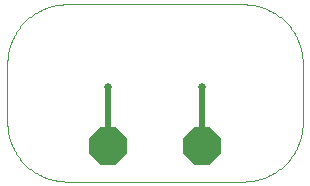
<source format=gbl>
G04 EAGLE Gerber RS-274X export*
G75*
%MOMM*%
%FSLAX35Y35*%
%LPD*%
%INcopper_bottom*%
%IPPOS*%
%AMOC8*
5,1,8,0,0,1.08239X$1,22.5*%
G01*
%ADD10C,0.000000*%
%ADD11P,3.409096X8X22.500000*%
%ADD12C,0.650000*%
%ADD13C,0.508000*%


D10*
X-750000Y700000D02*
X750000Y700000D01*
X762082Y699854D01*
X774157Y699416D01*
X786217Y698687D01*
X798257Y697666D01*
X810268Y696354D01*
X822245Y694753D01*
X834179Y692863D01*
X846063Y690685D01*
X857892Y688221D01*
X869658Y685471D01*
X881354Y682438D01*
X892973Y679123D01*
X904508Y675528D01*
X915954Y671656D01*
X927302Y667508D01*
X938547Y663087D01*
X949682Y658396D01*
X960701Y653437D01*
X971596Y648213D01*
X982362Y642728D01*
X992992Y636984D01*
X1003480Y630985D01*
X1013820Y624734D01*
X1024006Y618235D01*
X1034032Y611492D01*
X1043893Y604508D01*
X1053581Y597289D01*
X1063093Y589837D01*
X1072421Y582158D01*
X1081561Y574255D01*
X1090508Y566134D01*
X1099256Y557799D01*
X1107799Y549256D01*
X1116134Y540508D01*
X1124255Y531561D01*
X1132158Y522421D01*
X1139837Y513093D01*
X1147289Y503581D01*
X1154508Y493893D01*
X1161492Y484032D01*
X1168235Y474006D01*
X1174734Y463820D01*
X1180985Y453480D01*
X1186984Y442992D01*
X1192728Y432362D01*
X1198213Y421596D01*
X1203437Y410701D01*
X1208396Y399682D01*
X1213087Y388547D01*
X1217508Y377302D01*
X1221656Y365954D01*
X1225528Y354508D01*
X1229123Y342973D01*
X1232438Y331354D01*
X1235471Y319658D01*
X1238221Y307892D01*
X1240685Y296063D01*
X1242863Y284179D01*
X1244753Y272245D01*
X1246354Y260268D01*
X1247666Y248257D01*
X1248687Y236217D01*
X1249416Y224157D01*
X1249854Y212082D01*
X1250000Y200000D01*
X1250000Y-300000D01*
X1249854Y-312082D01*
X1249416Y-324157D01*
X1248687Y-336217D01*
X1247666Y-348257D01*
X1246354Y-360268D01*
X1244753Y-372245D01*
X1242863Y-384179D01*
X1240685Y-396063D01*
X1238221Y-407892D01*
X1235471Y-419658D01*
X1232438Y-431354D01*
X1229123Y-442973D01*
X1225528Y-454508D01*
X1221656Y-465954D01*
X1217508Y-477302D01*
X1213087Y-488547D01*
X1208396Y-499682D01*
X1203437Y-510701D01*
X1198213Y-521596D01*
X1192728Y-532362D01*
X1186984Y-542992D01*
X1180985Y-553480D01*
X1174734Y-563820D01*
X1168235Y-574006D01*
X1161492Y-584032D01*
X1154508Y-593893D01*
X1147289Y-603581D01*
X1139837Y-613093D01*
X1132158Y-622421D01*
X1124255Y-631561D01*
X1116134Y-640508D01*
X1107799Y-649256D01*
X1099256Y-657799D01*
X1090508Y-666134D01*
X1081561Y-674255D01*
X1072421Y-682158D01*
X1063093Y-689837D01*
X1053581Y-697289D01*
X1043893Y-704508D01*
X1034032Y-711492D01*
X1024006Y-718235D01*
X1013820Y-724734D01*
X1003480Y-730985D01*
X992992Y-736984D01*
X982362Y-742728D01*
X971596Y-748213D01*
X960701Y-753437D01*
X949682Y-758396D01*
X938547Y-763087D01*
X927302Y-767508D01*
X915954Y-771656D01*
X904508Y-775528D01*
X892973Y-779123D01*
X881354Y-782438D01*
X869658Y-785471D01*
X857892Y-788221D01*
X846063Y-790685D01*
X834179Y-792863D01*
X822245Y-794753D01*
X810268Y-796354D01*
X798257Y-797666D01*
X786217Y-798687D01*
X774157Y-799416D01*
X762082Y-799854D01*
X750000Y-800000D01*
X-750000Y-800000D01*
X-762082Y-799854D01*
X-774157Y-799416D01*
X-786217Y-798687D01*
X-798257Y-797666D01*
X-810268Y-796354D01*
X-822245Y-794753D01*
X-834179Y-792863D01*
X-846063Y-790685D01*
X-857892Y-788221D01*
X-869658Y-785471D01*
X-881354Y-782438D01*
X-892973Y-779123D01*
X-904508Y-775528D01*
X-915954Y-771656D01*
X-927302Y-767508D01*
X-938547Y-763087D01*
X-949682Y-758396D01*
X-960701Y-753437D01*
X-971596Y-748213D01*
X-982362Y-742728D01*
X-992992Y-736984D01*
X-1003480Y-730985D01*
X-1013820Y-724734D01*
X-1024006Y-718235D01*
X-1034032Y-711492D01*
X-1043893Y-704508D01*
X-1053581Y-697289D01*
X-1063093Y-689837D01*
X-1072421Y-682158D01*
X-1081561Y-674255D01*
X-1090508Y-666134D01*
X-1099256Y-657799D01*
X-1107799Y-649256D01*
X-1116134Y-640508D01*
X-1124255Y-631561D01*
X-1132158Y-622421D01*
X-1139837Y-613093D01*
X-1147289Y-603581D01*
X-1154508Y-593893D01*
X-1161492Y-584032D01*
X-1168235Y-574006D01*
X-1174734Y-563820D01*
X-1180985Y-553480D01*
X-1186984Y-542992D01*
X-1192728Y-532362D01*
X-1198213Y-521596D01*
X-1203437Y-510701D01*
X-1208396Y-499682D01*
X-1213087Y-488547D01*
X-1217508Y-477302D01*
X-1221656Y-465954D01*
X-1225528Y-454508D01*
X-1229123Y-442973D01*
X-1232438Y-431354D01*
X-1235471Y-419658D01*
X-1238221Y-407892D01*
X-1240685Y-396063D01*
X-1242863Y-384179D01*
X-1244753Y-372245D01*
X-1246354Y-360268D01*
X-1247666Y-348257D01*
X-1248687Y-336217D01*
X-1249416Y-324157D01*
X-1249854Y-312082D01*
X-1250000Y-300000D01*
X-1250000Y200000D01*
X-1249854Y212082D01*
X-1249416Y224157D01*
X-1248687Y236217D01*
X-1247666Y248257D01*
X-1246354Y260268D01*
X-1244753Y272245D01*
X-1242863Y284179D01*
X-1240685Y296063D01*
X-1238221Y307892D01*
X-1235471Y319658D01*
X-1232438Y331354D01*
X-1229123Y342973D01*
X-1225528Y354508D01*
X-1221656Y365954D01*
X-1217508Y377302D01*
X-1213087Y388547D01*
X-1208396Y399682D01*
X-1203437Y410701D01*
X-1198213Y421596D01*
X-1192728Y432362D01*
X-1186984Y442992D01*
X-1180985Y453480D01*
X-1174734Y463820D01*
X-1168235Y474006D01*
X-1161492Y484032D01*
X-1154508Y493893D01*
X-1147289Y503581D01*
X-1139837Y513093D01*
X-1132158Y522421D01*
X-1124255Y531561D01*
X-1116134Y540508D01*
X-1107799Y549256D01*
X-1099256Y557799D01*
X-1090508Y566134D01*
X-1081561Y574255D01*
X-1072421Y582158D01*
X-1063093Y589837D01*
X-1053581Y597289D01*
X-1043893Y604508D01*
X-1034032Y611492D01*
X-1024006Y618235D01*
X-1013820Y624734D01*
X-1003480Y630985D01*
X-992992Y636984D01*
X-982362Y642728D01*
X-971596Y648213D01*
X-960701Y653437D01*
X-949682Y658396D01*
X-938547Y663087D01*
X-927302Y667508D01*
X-915954Y671656D01*
X-904508Y675528D01*
X-892973Y679123D01*
X-881354Y682438D01*
X-869658Y685471D01*
X-857892Y688221D01*
X-846063Y690685D01*
X-834179Y692863D01*
X-822245Y694753D01*
X-810268Y696354D01*
X-798257Y697666D01*
X-786217Y698687D01*
X-774157Y699416D01*
X-762082Y699854D01*
X-750000Y700000D01*
D11*
X-400000Y-500000D03*
X400000Y-500000D03*
D12*
X-400000Y0D03*
D13*
X-400000Y-500000D01*
D12*
X400000Y0D03*
D13*
X400000Y-500000D01*
M02*

</source>
